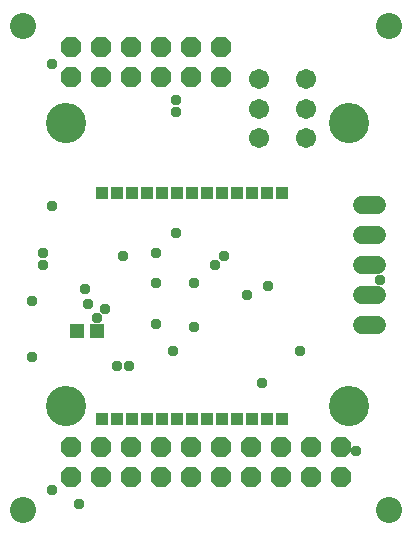
<source format=gbr>
G04 EAGLE Gerber RS-274X export*
G75*
%MOMM*%
%FSLAX34Y34*%
%LPD*%
%INSoldermask Bottom*%
%IPPOS*%
%AMOC8*
5,1,8,0,0,1.08239X$1,22.5*%
G01*
%ADD10C,2.203200*%
%ADD11R,1.303200X1.203200*%
%ADD12P,1.869504X8X202.500000*%
%ADD13C,1.711200*%
%ADD14C,3.403200*%
%ADD15C,1.511200*%
%ADD16R,1.061200X1.061200*%
%ADD17P,1.869504X8X22.500000*%
%ADD18C,0.959600*%


D10*
X20000Y430000D03*
X20000Y20000D03*
X330000Y20000D03*
X330000Y430000D03*
D11*
X65630Y171660D03*
X82630Y171660D03*
D12*
X289300Y48100D03*
X263900Y48100D03*
X238500Y48100D03*
X213100Y48100D03*
X187700Y48100D03*
X162300Y48100D03*
X136900Y48100D03*
X111500Y48100D03*
X86100Y48100D03*
X60700Y48100D03*
X289300Y73500D03*
X263900Y73500D03*
X238500Y73500D03*
X213100Y73500D03*
X187700Y73500D03*
X162300Y73500D03*
X136900Y73500D03*
X111500Y73500D03*
X86100Y73500D03*
X60700Y73500D03*
D13*
X220000Y360000D03*
X220000Y335000D03*
X220000Y385000D03*
D14*
X56200Y108000D03*
X296200Y108000D03*
X296200Y348000D03*
X56200Y348000D03*
D15*
X306820Y177200D02*
X319900Y177200D01*
X319900Y202600D02*
X306820Y202600D01*
X306820Y228000D02*
X319900Y228000D01*
X319900Y253400D02*
X306820Y253400D01*
X306820Y278800D02*
X319900Y278800D01*
D16*
X87300Y288500D03*
X100000Y288500D03*
X112700Y288500D03*
X125400Y288500D03*
X138100Y288500D03*
X150800Y288500D03*
X163500Y288500D03*
X176200Y288500D03*
X188900Y288500D03*
X201600Y288500D03*
X214300Y288500D03*
X227000Y288500D03*
X239700Y288500D03*
X87300Y97500D03*
X100000Y97500D03*
X112700Y97500D03*
X125400Y97500D03*
X138100Y97500D03*
X150800Y97500D03*
X163500Y97500D03*
X176200Y97500D03*
X188900Y97500D03*
X201600Y97500D03*
X214300Y97500D03*
X227000Y97500D03*
X239700Y97500D03*
D13*
X260000Y360000D03*
X260000Y385000D03*
X260000Y335000D03*
D17*
X60500Y411900D03*
X85900Y411900D03*
X111300Y411900D03*
X136700Y411900D03*
X162100Y411900D03*
X187500Y411900D03*
X60500Y386500D03*
X85900Y386500D03*
X111300Y386500D03*
X136700Y386500D03*
X162100Y386500D03*
X187500Y386500D03*
D18*
X82500Y182500D03*
X222500Y127500D03*
X72500Y207500D03*
X150000Y255000D03*
X132500Y237500D03*
X132500Y212500D03*
X27500Y150000D03*
X27500Y197500D03*
X90000Y190000D03*
X75000Y195000D03*
X150000Y367500D03*
X132500Y177500D03*
X150000Y357500D03*
X105000Y235000D03*
X165000Y212500D03*
X37500Y237500D03*
X45000Y397500D03*
X182500Y227500D03*
X37500Y227500D03*
X45000Y37500D03*
X227500Y210000D03*
X210000Y202500D03*
X255000Y155000D03*
X67500Y25000D03*
X45000Y277500D03*
X190000Y235000D03*
X165000Y175000D03*
X100000Y142500D03*
X147500Y155000D03*
X110000Y142500D03*
X322500Y215000D03*
X302500Y70000D03*
M02*

</source>
